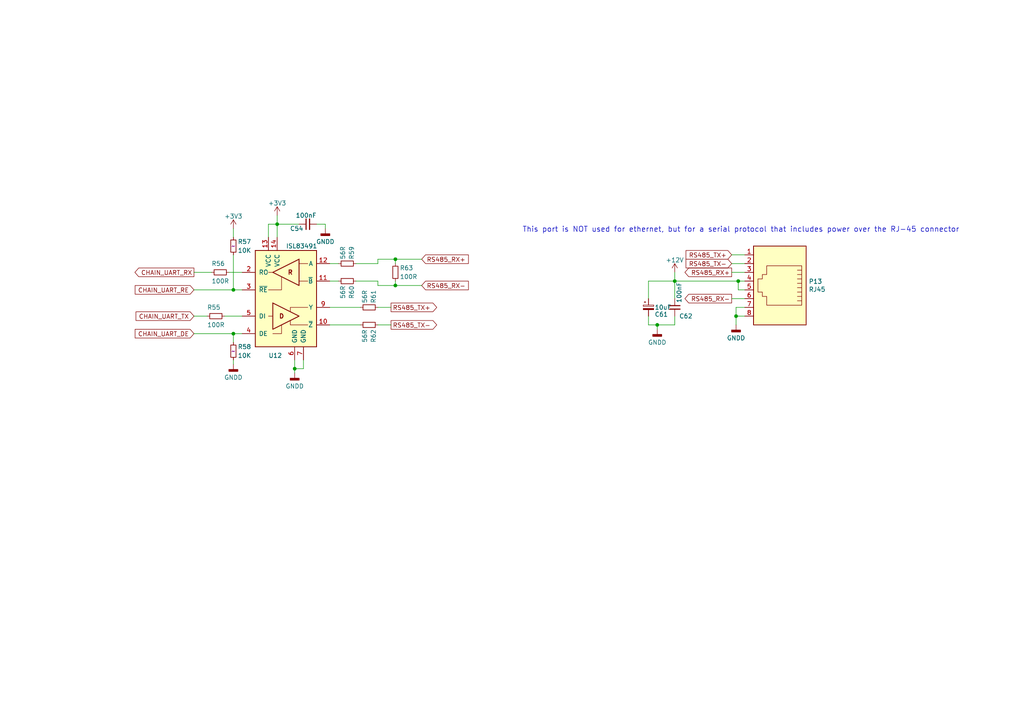
<source format=kicad_sch>
(kicad_sch (version 20211123) (generator eeschema)
  (paper "A4")
  (title_block (title "MOD Dwarf - Main Board") (date "2021-09-06") (rev "1.3") (company "MOD Devices GmbH") (comment 1 "Dwarf Audio processing board") (comment 2 "https://github.com/moddevices/hw-mod-dwarf") (comment 3 "Inp Power: 12V 500mA") (comment 4 "USB outp Power: 500mA"))
  (lib_symbols
    (symbol "bottom-board-rescue:+12V-power" (power) (pin_names (offset 0))
      (property "Value" "+12V-power" (at 0 3.556 0))
      (symbol "+12V-power_0_1"
        (polyline (pts (xy -0.762 1.27) (xy 0 2.54)))
        (polyline (pts (xy 0 0) (xy 0 2.54)))
        (polyline (pts (xy 0 2.54) (xy 0.762 1.27)))
      )
      (symbol "+12V-power_1_1"
        (pin power_in line (at 0 0 90) (length 0) hide (name "+12V") (number "1"))
      )
    )
    (symbol "bottom-board-rescue:+3.3V-power" (power) (pin_names (offset 0))
      (property "Value" "+3.3V-power" (at 0 3.556 0))
      (symbol "+3.3V-power_0_1"
        (polyline (pts (xy -0.762 1.27) (xy 0 2.54)))
        (polyline (pts (xy 0 0) (xy 0 2.54)))
        (polyline (pts (xy 0 2.54) (xy 0.762 1.27)))
      )
      (symbol "+3.3V-power_1_1"
        (pin power_in line (at 0 0 90) (length 0) hide (name "+3V3") (number "1"))
      )
    )
    (symbol "bottom-board-rescue:CP_Small" (pin_numbers hide) (pin_names (offset 0.254) hide)
      (property "Reference" "C" (at 0.254 1.778 0))
      (property "Value" "CP_Small" (at 0.254 -2.032 0))
      (symbol "CP_Small_0_1"
        (rectangle (start -1.524 -0.3048) (end 1.524 -0.6858) (fill (type outline)))
        (rectangle (start -1.524 0.6858) (end 1.524 0.3048))
        (polyline (pts (xy -1.27 1.524) (xy -0.762 1.524)))
        (polyline (pts (xy -1.016 1.27) (xy -1.016 1.778)))
      )
      (symbol "CP_Small_1_1"
        (pin passive line (at 0 2.54 270) (length 1.8542) (name "~") (number "1"))
        (pin passive line (at 0 -2.54 90) (length 1.8542) (name "~") (number "2"))
      )
    )
    (symbol "bottom-board-rescue:C_Small" (pin_numbers hide) (pin_names (offset 0.254) hide)
      (property "Reference" "C" (at 0.254 1.778 0))
      (property "Value" "C_Small" (at 0.254 -2.032 0))
      (symbol "C_Small_0_1"
        (polyline (pts (xy -1.524 -0.508) (xy 1.524 -0.508)) (stroke (width 0.3302)))
        (polyline (pts (xy -1.524 0.508) (xy 1.524 0.508)) (stroke (width 0.3048)))
      )
      (symbol "C_Small_1_1"
        (pin passive line (at 0 2.54 270) (length 2.032) (name "~") (number "1"))
        (pin passive line (at 0 -2.54 90) (length 2.032) (name "~") (number "2"))
      )
    )
    (symbol "bottom-board-rescue:GNDD-power" (power) (pin_names (offset 0))
      (property "Value" "GNDD-power" (at 0 -3.175 0))
      (symbol "GNDD-power_0_1"
        (rectangle (start -1.27 -1.524) (end 1.27 -2.032) (stroke (width 0.254)) (fill (type outline)))
        (polyline (pts (xy 0 0) (xy 0 -1.524)))
      )
      (symbol "GNDD-power_1_1"
        (pin power_in line (at 0 0 270) (length 0) hide (name "GNDD") (number "1"))
      )
    )
    (symbol "bottom-board-rescue:ISL83491" (pin_names (offset 1.016))
      (property "Reference" "U" (at -7.62 -15.24 0))
      (property "Value" "ISL83491" (at 0 15.24 0))
      (symbol "ISL83491_0_0"
        (text "D" (at -1.27 -5.08 0) (effects (font (size 1.27 1.27) bold)))
        (text "R" (at 1.27 7.62 0) (effects (font (size 1.27 1.27) bold)))
      )
      (symbol "ISL83491_0_1"
        (rectangle (start -8.89 13.97) (end 8.89 -13.97) (stroke (width 0.254)) (fill (type background)))
        (polyline (pts (xy -5.08 -5.08) (xy -3.81 -5.08)))
        (polyline (pts (xy -3.81 7.62) (xy -5.08 7.62)))
        (polyline (pts (xy 6.35 5.08) (xy 3.81 5.08) (xy 3.81 5.08)))
        (polyline (pts (xy 6.35 10.16) (xy 3.81 10.16) (xy 3.81 10.16)))
        (polyline (pts (xy -3.81 -10.16) (xy -1.27 -10.16) (xy -1.27 -7.62) (xy -1.27 -7.62)))
        (polyline (pts (xy -1.27 6.35) (xy -1.27 2.54) (xy -2.54 2.54) (xy -5.08 2.54)))
        (polyline (pts (xy 6.35 -7.62) (xy 1.27 -7.62) (xy 1.27 -6.35) (xy 1.27 -6.35)))
        (polyline (pts (xy 6.35 -2.54) (xy 1.27 -2.54) (xy 1.27 -3.81) (xy 1.27 -3.81)))
        (polyline (pts (xy -3.81 -1.27) (xy -3.81 -8.89) (xy 3.81 -5.08) (xy -3.81 -1.27) (xy -3.81 -1.27)) (stroke (width 0.254)))
        (polyline (pts (xy 3.81 11.43) (xy 3.81 3.81) (xy -3.81 7.62) (xy 3.81 11.43) (xy 3.81 11.43)) (stroke (width 0.254)))
      )
      (symbol "ISL83491_1_1"
        (pin output line (at 12.7 -7.62 180) (length 3.81) (name "~{Z}") (number "10"))
        (pin input line (at 12.7 5.08 180) (length 3.81) (name "~{B}") (number "11"))
        (pin input line (at 12.7 10.16 180) (length 3.81) (name "A") (number "12"))
        (pin power_in line (at -5.08 17.78 270) (length 3.81) (name "VCC") (number "13"))
        (pin power_in line (at -2.54 17.78 270) (length 3.81) (name "VCC") (number "14"))
        (pin output line (at -12.7 7.62 0) (length 3.81) (name "RO") (number "2"))
        (pin input line (at -12.7 2.54 0) (length 3.81) (name "~{RE}") (number "3"))
        (pin input line (at -12.7 -10.16 0) (length 3.81) (name "DE") (number "4"))
        (pin input line (at -12.7 -5.08 0) (length 3.81) (name "DI") (number "5"))
        (pin power_in line (at 2.54 -17.78 90) (length 3.81) (name "GND") (number "6"))
        (pin power_in line (at 5.08 -17.78 90) (length 3.81) (name "GND") (number "7"))
        (pin output line (at 12.7 -2.54 180) (length 3.81) (name "Y") (number "9"))
      )
    )
    (symbol "bottom-board-rescue:RJ45-Connector" (pin_names (offset 1.016))
      (property "Reference" "J" (at -5.08 13.97 0))
      (property "Value" "RJ45-Connector" (at 2.54 13.97 0))
      (symbol "RJ45-Connector_0_1"
        (polyline (pts (xy -5.08 4.445) (xy -6.35 4.445)))
        (polyline (pts (xy -5.08 5.715) (xy -6.35 5.715)))
        (polyline (pts (xy -6.35 -3.175) (xy -5.08 -3.175) (xy -5.08 -3.175)))
        (polyline (pts (xy -6.35 -1.905) (xy -5.08 -1.905) (xy -5.08 -1.905)))
        (polyline (pts (xy -6.35 -0.635) (xy -5.08 -0.635) (xy -5.08 -0.635)))
        (polyline (pts (xy -6.35 0.635) (xy -5.08 0.635) (xy -5.08 0.635)))
        (polyline (pts (xy -6.35 1.905) (xy -5.08 1.905) (xy -5.08 1.905)))
        (polyline (pts (xy -5.08 3.175) (xy -6.35 3.175) (xy -6.35 3.175)))
        (polyline (pts (xy -6.35 -4.445) (xy -6.35 6.985) (xy 3.81 6.985) (xy 3.81 4.445) (xy 5.08 4.445) (xy 5.08 3.175) (xy 6.35 3.175) (xy 6.35 -0.635) (xy 5.08 -0.635) (xy 5.08 -1.905) (xy 3.81 -1.905) (xy 3.81 -4.445) (xy -6.35 -4.445) (xy -6.35 -4.445)))
        (rectangle (start 7.62 12.7) (end -7.62 -10.16) (stroke (width 0.254)) (fill (type background)))
      )
      (symbol "RJ45-Connector_1_1"
        (pin passive line (at 10.16 -7.62 180) (length 2.54) (name "~") (number "1"))
        (pin passive line (at 10.16 -5.08 180) (length 2.54) (name "~") (number "2"))
        (pin passive line (at 10.16 -2.54 180) (length 2.54) (name "~") (number "3"))
        (pin passive line (at 10.16 0 180) (length 2.54) (name "~") (number "4"))
        (pin passive line (at 10.16 2.54 180) (length 2.54) (name "~") (number "5"))
        (pin passive line (at 10.16 5.08 180) (length 2.54) (name "~") (number "6"))
        (pin passive line (at 10.16 7.62 180) (length 2.54) (name "~") (number "7"))
        (pin passive line (at 10.16 10.16 180) (length 2.54) (name "~") (number "8"))
      )
    )
    (symbol "bottom-board-rescue:R_Small" (pin_numbers hide) (pin_names (offset 0.254) hide)
      (property "Reference" "R" (at 0.762 0.508 0))
      (property "Value" "R_Small" (at 0.762 -1.016 0))
      (symbol "R_Small_0_1"
        (rectangle (start -0.762 1.778) (end 0.762 -1.778) (stroke (width 0.2032)))
      )
      (symbol "R_Small_1_1"
        (pin passive line (at 0 2.54 270) (length 0.762) (name "~") (number "1"))
        (pin passive line (at 0 -2.54 90) (length 0.762) (name "~") (number "2"))
      )
    )
  )
  (junction (at 67.691 96.774))
  (junction (at 190.627 94.234))
  (junction (at 67.691 84.074))
  (junction (at 213.487 91.694))
  (junction (at 85.471 106.934))
  (junction (at 114.681 75.184))
  (junction (at 114.681 82.804))
  (junction (at 214.122 81.534))
  (junction (at 195.707 81.534))
  (junction (at 80.391 65.024))
  (wire (pts (xy 88.011 106.934) (xy 85.471 106.934)))
  (wire (pts (xy 56.261 78.994) (xy 61.341 78.994)))
  (wire (pts (xy 190.627 95.504) (xy 190.627 94.234)))
  (wire (pts (xy 188.087 91.694) (xy 188.087 94.234)))
  (wire (pts (xy 67.691 104.394) (xy 67.691 105.664)))
  (wire (pts (xy 109.601 75.184) (xy 114.681 75.184)))
  (wire (pts (xy 65.151 91.694) (xy 70.231 91.694)))
  (wire (pts (xy 114.681 76.454) (xy 114.681 75.184)))
  (wire (pts (xy 56.261 91.694) (xy 60.071 91.694)))
  (wire (pts (xy 188.087 81.534) (xy 195.707 81.534)))
  (wire (pts (xy 95.631 89.154) (xy 104.521 89.154)))
  (wire (pts (xy 109.601 94.234) (xy 113.411 94.234)))
  (wire (pts (xy 213.487 89.154) (xy 216.027 89.154)))
  (wire (pts (xy 104.521 94.234) (xy 95.631 94.234)))
  (wire (pts (xy 109.601 82.804) (xy 109.601 81.534)))
  (wire (pts (xy 67.691 96.774) (xy 70.231 96.774)))
  (wire (pts (xy 195.707 81.534) (xy 214.122 81.534)))
  (wire (pts (xy 109.601 76.454) (xy 103.251 76.454)))
  (wire (pts (xy 114.681 75.184) (xy 122.301 75.184)))
  (wire (pts (xy 114.681 81.534) (xy 114.681 82.804)))
  (wire (pts (xy 216.027 91.694) (xy 213.487 91.694)))
  (wire (pts (xy 216.027 84.074) (xy 214.122 84.074)))
  (wire (pts (xy 85.471 104.394) (xy 85.471 106.934)))
  (wire (pts (xy 114.681 82.804) (xy 122.301 82.804)))
  (wire (pts (xy 94.361 66.294) (xy 94.361 65.024)))
  (wire (pts (xy 109.601 82.804) (xy 114.681 82.804)))
  (wire (pts (xy 67.691 66.294) (xy 67.691 68.834)))
  (wire (pts (xy 67.691 73.914) (xy 67.691 84.074)))
  (wire (pts (xy 98.171 76.454) (xy 95.631 76.454)))
  (wire (pts (xy 195.707 78.994) (xy 195.707 81.534)))
  (wire (pts (xy 188.087 86.614) (xy 188.087 81.534)))
  (wire (pts (xy 188.087 94.234) (xy 190.627 94.234)))
  (wire (pts (xy 80.391 62.484) (xy 80.391 65.024)))
  (wire (pts (xy 109.601 81.534) (xy 103.251 81.534)))
  (wire (pts (xy 213.487 91.694) (xy 213.487 94.234)))
  (wire (pts (xy 80.391 65.024) (xy 86.741 65.024)))
  (wire (pts (xy 109.601 75.184) (xy 109.601 76.454)))
  (wire (pts (xy 94.361 65.024) (xy 91.821 65.024)))
  (wire (pts (xy 56.261 84.074) (xy 67.691 84.074)))
  (wire (pts (xy 80.391 65.024) (xy 80.391 68.834)))
  (wire (pts (xy 195.707 81.534) (xy 195.707 86.614)))
  (wire (pts (xy 67.691 99.314) (xy 67.691 96.774)))
  (wire (pts (xy 66.421 78.994) (xy 70.231 78.994)))
  (wire (pts (xy 216.027 76.454) (xy 212.217 76.454)))
  (wire (pts (xy 214.122 81.534) (xy 216.027 81.534)))
  (wire (pts (xy 190.627 94.234) (xy 195.707 94.234)))
  (wire (pts (xy 212.217 78.994) (xy 216.027 78.994)))
  (wire (pts (xy 56.261 96.774) (xy 67.691 96.774)))
  (wire (pts (xy 216.027 73.914) (xy 212.217 73.914)))
  (wire (pts (xy 214.122 84.074) (xy 214.122 81.534)))
  (wire (pts (xy 88.011 104.394) (xy 88.011 106.934)))
  (wire (pts (xy 77.851 68.834) (xy 77.851 65.024)))
  (wire (pts (xy 195.707 94.234) (xy 195.707 91.694)))
  (wire (pts (xy 95.631 81.534) (xy 98.171 81.534)))
  (wire (pts (xy 109.601 89.154) (xy 113.411 89.154)))
  (wire (pts (xy 77.851 65.024) (xy 80.391 65.024)))
  (wire (pts (xy 212.217 86.614) (xy 216.027 86.614)))
  (wire (pts (xy 213.487 89.154) (xy 213.487 91.694)))
  (wire (pts (xy 85.471 106.934) (xy 85.471 108.204)))
  (wire (pts (xy 67.691 84.074) (xy 70.231 84.074)))
  (text "This port is NOT used for ethernet, but for a serial protocol that includes power over the RJ-45 connector" (at 151.511 67.564 0) (effects (font (size 1.524 1.524)) (justify left bottom)))
  (global_label "CHAIN_UART_DE" (shape input) (at 56.261 96.774 180) (property "Intersheet References" "${INTERSHEET_REFS}" (effects hide)))
  (global_label "CHAIN_UART_TX" (shape input) (at 56.261 91.694 180) (property "Intersheet References" "${INTERSHEET_REFS}" (effects hide)))
  (global_label "RS485_TX-" (shape input) (at 212.217 76.454 180) (property "Intersheet References" "${INTERSHEET_REFS}" (effects hide)))
  (global_label "CHAIN_UART_RX" (shape output) (at 56.261 78.994 180) (property "Intersheet References" "${INTERSHEET_REFS}" (effects hide)))
  (global_label "RS485_RX-" (shape output) (at 212.217 86.614 180) (property "Intersheet References" "${INTERSHEET_REFS}" (effects hide)))
  (global_label "RS485_TX-" (shape output) (at 113.411 94.234 0) (property "Intersheet References" "${INTERSHEET_REFS}" (effects hide)))
  (global_label "RS485_RX+" (shape input) (at 122.301 75.184 0) (property "Intersheet References" "${INTERSHEET_REFS}" (effects hide)))
  (global_label "RS485_RX-" (shape input) (at 122.301 82.804 0) (property "Intersheet References" "${INTERSHEET_REFS}" (effects hide)))
  (global_label "RS485_TX+" (shape input) (at 212.217 73.914 180) (property "Intersheet References" "${INTERSHEET_REFS}" (effects hide)))
  (global_label "CHAIN_UART_RE" (shape input) (at 56.261 84.074 180) (property "Intersheet References" "${INTERSHEET_REFS}" (effects hide)))
  (global_label "RS485_TX+" (shape output) (at 113.411 89.154 0) (property "Intersheet References" "${INTERSHEET_REFS}" (effects hide)))
  (global_label "RS485_RX+" (shape output) (at 212.217 78.994 180) (property "Intersheet References" "${INTERSHEET_REFS}" (effects hide)))
  (symbol (lib_id "bottom-board-rescue:R_Small") (at 63.881 78.994 270) (unit 1)
    (property "Reference" "R56" (at 61.341 76.454 90) (effects (justify left)))
    (property "Value" "100R" (at 61.341 81.534 90) (effects (justify left)))
    (property "Footprint" "Resistor_SMD:R_0603_1608Metric" (effects hide))
    (property "MPN" "RT0603DRD07100RL" (effects hide))
  )
  (symbol (lib_id "bottom-board-rescue:R_Small") (at 62.611 91.694 270) (unit 1)
    (property "Reference" "R55" (at 60.071 89.154 90) (effects (justify left)))
    (property "Value" "100R" (at 60.071 94.234 90) (effects (justify left)))
    (property "Footprint" "Resistor_SMD:R_0603_1608Metric" (effects hide))
    (property "MPN" "RT0603DRD07100RL" (effects hide))
  )
  (symbol (lib_id "bottom-board-rescue:GNDD-power") (at 94.361 66.294 0) (mirror y) (unit 1)
    (property "Reference" "#PWR0144" (effects hide))
    (property "Value" "GNDD" (at 94.361 70.104 0))
  )
  (symbol (lib_id "bottom-board-rescue:GNDD-power") (at 85.471 108.204 0) (unit 1)
    (property "Reference" "#PWR0145" (effects hide))
    (property "Value" "GNDD" (at 85.471 112.014 0))
  )
  (symbol (lib_id "bottom-board-rescue:R_Small") (at 114.681 78.994 0) (unit 1)
    (property "Reference" "R63" (at 115.951 77.724 0) (effects (justify left)))
    (property "Value" "100R" (at 115.951 80.264 0) (effects (justify left)))
    (property "Footprint" "Resistor_SMD:R_0603_1608Metric" (effects hide))
    (property "MPN" "RT0603DRD07100RL" (effects hide))
  )
  (symbol (lib_id "bottom-board-rescue:R_Small") (at 100.711 76.454 270) (unit 1)
    (property "Reference" "R59" (at 101.981 71.374 0) (effects (justify left)))
    (property "Value" "56R" (at 99.441 71.374 0) (effects (justify left)))
    (property "Footprint" "Resistor_SMD:R_0603_1608Metric" (effects hide))
    (property "MPN" "CRGCQ0603F56R" (effects hide))
  )
  (symbol (lib_id "bottom-board-rescue:R_Small") (at 100.711 81.534 270) (unit 1)
    (property "Reference" "R60" (at 101.981 82.804 0) (effects (justify left)))
    (property "Value" "56R" (at 99.441 82.804 0) (effects (justify left)))
    (property "Footprint" "Resistor_SMD:R_0603_1608Metric" (effects hide))
    (property "MPN" "CRGCQ0603F56R" (effects hide))
  )
  (symbol (lib_id "bottom-board-rescue:C_Small") (at 89.281 65.024 90) (mirror x) (unit 1)
    (property "Reference" "C54" (at 88.011 66.294 90) (effects (justify left)))
    (property "Value" "100nF" (at 91.821 62.484 90) (effects (justify left)))
    (property "Footprint" "Capacitor_SMD:C_0603_1608Metric" (effects hide))
    (property "MPN" "GCM188R71C104KA37D" (effects hide))
  )
  (symbol (lib_id "bottom-board-rescue:ISL83491") (at 82.931 86.614 0) (unit 1)
    (property "Reference" "U12" (at 77.851 103.124 0) (effects (justify left)))
    (property "Value" "ISL83491" (at 82.931 71.374 0) (effects (justify left)))
    (property "Footprint" "Package_SO:SOIC-14_3.9x8.7mm_P1.27mm" (effects hide))
    (property "MPN" "ISL83491IBZ" (effects hide))
  )
  (symbol (lib_id "bottom-board-rescue:+3.3V-power") (at 80.391 62.484 0) (unit 1)
    (property "Reference" "#PWR0146" (effects hide))
    (property "Value" "+3.3V" (at 80.391 58.928 0))
  )
  (symbol (lib_id "bottom-board-rescue:R_Small") (at 107.061 89.154 270) (unit 1)
    (property "Reference" "R61" (at 108.331 84.074 0) (effects (justify left)))
    (property "Value" "56R" (at 105.791 84.074 0) (effects (justify left)))
    (property "Footprint" "Resistor_SMD:R_0603_1608Metric" (effects hide))
    (property "MPN" "CRGCQ0603F56R" (effects hide))
  )
  (symbol (lib_id "bottom-board-rescue:R_Small") (at 107.061 94.234 270) (unit 1)
    (property "Reference" "R62" (at 108.331 95.504 0) (effects (justify left)))
    (property "Value" "56R" (at 105.791 95.504 0) (effects (justify left)))
    (property "Footprint" "Resistor_SMD:R_0603_1608Metric" (effects hide))
    (property "MPN" "CRGCQ0603F56R" (effects hide))
  )
  (symbol (lib_id "bottom-board-rescue:R_Small") (at 67.691 71.374 0) (unit 1)
    (property "Reference" "R57" (at 68.961 70.104 0) (effects (justify left)))
    (property "Value" "10K" (at 68.961 72.644 0) (effects (justify left)))
    (property "Footprint" "Resistor_SMD:R_0603_1608Metric" (effects hide))
    (property "Datasheet" "~" (at 67.691 71.374 0) (effects (font (size 1.524 1.524))))
    (property "MPN" "RR0816P-103-D" (effects hide))
  )
  (symbol (lib_id "bottom-board-rescue:R_Small") (at 67.691 101.854 0) (unit 1)
    (property "Reference" "R58" (at 68.961 100.584 0) (effects (justify left)))
    (property "Value" "10K" (at 68.961 103.124 0) (effects (justify left)))
    (property "Footprint" "Resistor_SMD:R_0603_1608Metric" (effects hide))
    (property "Datasheet" "~" (at 67.691 101.854 0) (effects (font (size 1.524 1.524))))
    (property "MPN" "RR0816P-103-D" (effects hide))
  )
  (symbol (lib_id "bottom-board-rescue:GNDD-power") (at 67.691 105.664 0) (unit 1)
    (property "Reference" "#PWR0151" (effects hide))
    (property "Value" "GNDD" (at 67.691 109.474 0))
  )
  (symbol (lib_id "bottom-board-rescue:+3.3V-power") (at 67.691 66.294 0) (unit 1)
    (property "Reference" "#PWR0152" (effects hide))
    (property "Value" "+3.3V" (at 67.691 62.738 0))
  )
  (symbol (lib_id "bottom-board-rescue:GNDD-power") (at 213.487 94.234 0) (unit 1)
    (property "Reference" "#PWR0209" (effects hide))
    (property "Value" "GNDD" (at 213.487 98.044 0))
  )
  (symbol (lib_id "bottom-board-rescue:GNDD-power") (at 190.627 95.504 0) (unit 1)
    (property "Reference" "#PWR0210" (effects hide))
    (property "Value" "GNDD" (at 190.627 99.314 0))
  )
  (symbol (lib_id "bottom-board-rescue:+12V-power") (at 195.707 78.994 0) (unit 1)
    (property "Reference" "#PWR0211" (effects hide))
    (property "Value" "+12V" (at 195.707 75.438 0))
  )
  (symbol (lib_id "bottom-board-rescue:C_Small") (at 195.707 89.154 0) (unit 1)
    (property "Reference" "C62" (at 196.977 91.694 0) (effects (justify left)))
    (property "Value" "100nF" (at 196.977 87.884 90) (effects (justify left)))
    (property "Footprint" "Capacitor_SMD:C_0603_1608Metric" (effects hide))
    (property "MPN" "GCM188R71C104KA37D" (effects hide))
  )
  (symbol (lib_id "bottom-board-rescue:RJ45-Connector") (at 226.187 81.534 180) (unit 1)
    (property "Reference" "P13" (at 234.569 81.6356 0) (effects (justify right)))
    (property "Value" "RJ45" (at 234.569 83.947 0) (effects (justify right)))
    (property "Footprint" "digikey-footprints:Ethernet_Jack_54602-908LF" (effects hide))
    (property "MPN" "54602-908LF" (effects hide))
  )
  (symbol (lib_id "bottom-board-rescue:CP_Small") (at 188.087 89.154 0) (unit 1)
    (property "Reference" "C61" (at 189.865 91.186 0) (effects (justify left)))
    (property "Value" "10uF" (at 189.865 89.154 0) (effects (justify left)))
    (property "Footprint" "Capacitor_SMD:CP_Elec_4x5.7" (effects hide))
    (property "MPN" "EEE-HB1C100R" (effects hide))
  )
)
</source>
